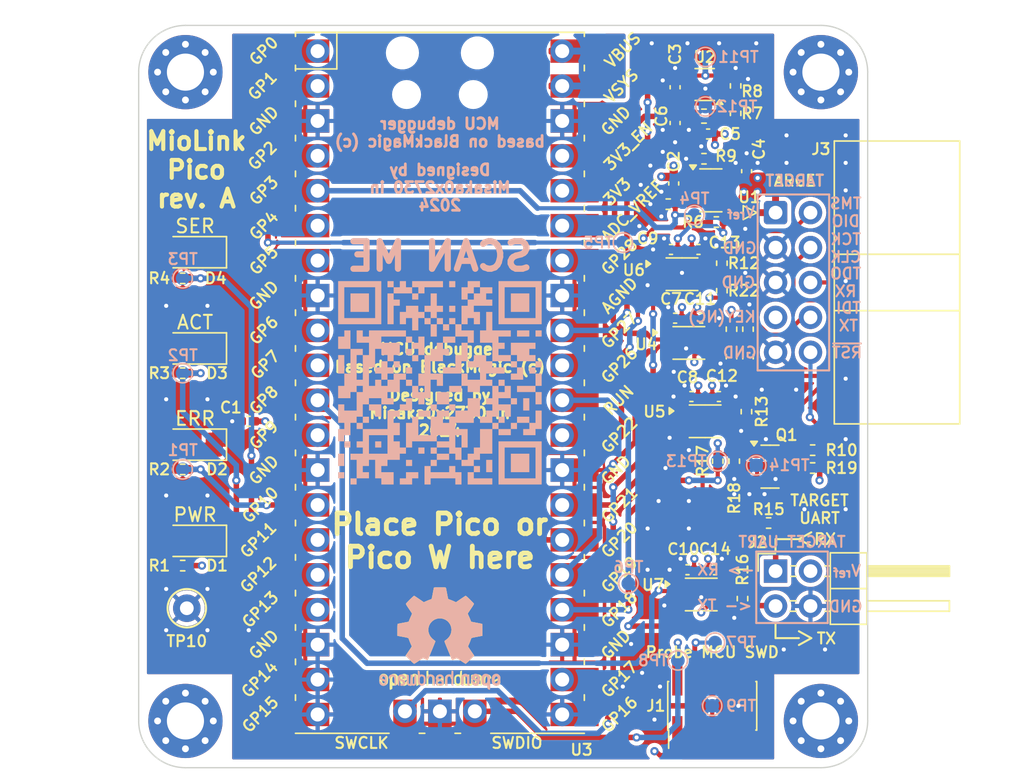
<source format=kicad_pcb>
(kicad_pcb (version 20240108) (generator "pcbnew") (generator_version "8.0")
  (layers (0 "F.Cu" signal) (1 "In1.Cu" power) (2 "In2.Cu" mixed) (31 "B.Cu" signal) (34 "B.Paste" user) (35 "F.Paste" user) (36 "B.SilkS" user "B.Silkscreen") (37 "F.SilkS" user "F.Silkscreen") (38 "B.Mask" user) (39 "F.Mask" user) (44 "Edge.Cuts" user))
  (net 0 "")
  (net 2 "GND")
  (net 3 "+3V3")
  (net 5 "/TARGET_VREF")
  (net 6 "/MCU_RST")
  (net 8 "+3.3VA")
  (net 9 "Net-(J2-Pin_3)")
  (net 10 "Net-(D1-A)")
  (net 11 "Net-(D2-A)")
  (net 12 "Net-(D3-A)")
  (net 13 "Net-(D4-A)")
  (net 14 "Net-(J2-Pin_1)")
  (net 15 "Net-(J3-SWDIO{slash}TMS)")
  (net 16 "/MCU_SWCLK")
  (net 17 "Net-(J3-SWO{slash}TDO)")
  (net 18 "/MCU_SWDIO")
  (net 19 "Net-(J3-SWCLK{slash}TCK)")
  (net 21 "/TARGET_BUF_TX")
  (net 22 "/TARGET_BUF_RX")
  (net 23 "Net-(J3-~{RESET})")
  (net 24 "Net-(J3-NC{slash}TDI)")
  (net 25 "Net-(U2-+)")
  (net 26 "Net-(U1-ILIMIT)")
  (net 27 "Net-(Q1-G)")
  (net 28 "/LED_ERR")
  (net 29 "/LED_ACT")
  (net 30 "/LED_SER")
  (net 34 "Net-(U3-VBUS)")
  (net 35 "/TARGET_BUF_~{RST}")
  (net 37 "/TARGET_VREF_PWR_EN")
  (net 38 "/TARGET_PWR_~{FAULT}")
  (net 45 "/TARGET_BUF_TCK")
  (net 46 "/TARGET_BUF_TMS")
  (net 54 "/TARGET_RST")
  (net 55 "/TARGET_VREF_MEASURE")
  (net 56 "/TARGET_TMS_DIR")
  (net 57 "/TARGET_TX")
  (net 59 "/TARGET_TCK")
  (net 62 "/TARGET_TMS")
  (net 63 "/TARGET_RX")
  (net 64 "/TARGET_BUF_TDO{slash}RX")
  (net 65 "/TARGET_BUF_TDI{slash}TX")
  (net 66 "/TARGET_TDI{slash}TX")
  (net 67 "/TARGET_TDO{slash}RX")
  (footprint "Resistor_SMD:R_0402_1005Metric" (layer "F.Cu") (at 178.5 101.5)
    (property "Reference" "R15")
    (property "Value" "100")
  )
  (footprint "Resistor_SMD:R_0402_1005Metric" (layer "F.Cu") (at 176 97 -90)
    (property "Reference" "R18")
    (property "Value" "100k")
  )
  (footprint "MountingHole:MountingHole_2.7mm_M2.5_Pad_Via" (layer "F.Cu") (at 182.3 115.9)
    (property "Reference" "REF4" (hide yes))
    (property "Value" "MountingHole_2.7mm_M2.5_Pad_Via")
  )
  (footprint "Package_SO:VSSOP-8_2.3x2mm_P0.5mm" (layer "F.Cu") (at 173.6 106.7)
    (property "Reference" "U7")
    (property "Value" "74LVC2T45DC")
  )
  (footprint "Package_TO_SOT_SMD:SOT-353_SC-70-5" (layer "F.Cu") (at 173.85 69.6 180)
    (property "Reference" "U2")
    (property "Value" "LMV321IDCKR")
  )
  (footprint "Resistor_SMD:R_0402_1005Metric" (layer "F.Cu") (at 176.1 71.7 90)
    (property "Reference" "R7")
    (property "Value" "100k")
  )
  (footprint "Connector_IDC:IDC-Header_2x05_P2.54mm_Horizontal" (layer "F.Cu") (at 179.0025 78.92)
    (property "Reference" "J3")
    (property "Value" "Target connector")
  )
  (footprint "Capacitor_SMD:C_0402_1005Metric" (layer "F.Cu") (at 171.7 86.6 180)
    (property "Reference" "C7")
    (property "Value" "100n")
  )
  (footprint "Resistor_SMD:R_0402_1005Metric" (layer "F.Cu") (at 135.9 97.6 180)
    (property "Reference" "R2")
    (property "Value" "1k")
  )
  (footprint "Resistor_SMD:R_0402_1005Metric" (layer "F.Cu") (at 173.8 75 180)
    (property "Reference" "R9")
    (property "Value" "133k 1%")
  )
  (footprint "Resistor_SMD:R_0402_1005Metric" (layer "F.Cu") (at 177 89.4 -90)
    (property "Reference" "R11" (hide yes))
    (property "Value" "100")
  )
  (footprint "LED_SMD:LED_1206_3216Metric" (layer "F.Cu") (at 136.8 95.8 180)
    (property "Reference" "D2")
    (property "Value" "ERR")
  )
  (footprint "Capacitor_SMD:C_0402_1005Metric" (layer "F.Cu") (at 171.6 76.8 -90)
    (property "Reference" "C2")
    (property "Value" "1u")
  )
  (footprint "Capacitor_SMD:C_0402_1005Metric" (layer "F.Cu") (at 140.7 94.1)
    (property "Reference" "C1")
    (property "Value" "100n")
  )
  (footprint "Resistor_SMD:R_0402_1005Metric" (layer "F.Cu") (at 177 87.4 90)
    (property "Reference" "R14" (hide yes))
    (property "Value" "100")
  )
  (footprint "Resistor_SMD:R_0402_1005Metric" (layer "F.Cu") (at 135.9 83.7 180)
    (property "Reference" "R4")
    (property "Value" "1k")
  )
  (footprint "Capacitor_SMD:C_0402_1005Metric" (layer "F.Cu") (at 173.4 81.6 180)
    (property "Reference" "C13")
    (property "Value" "100n")
  )
  (footprint "Resistor_SMD:R_0402_1005Metric" (layer "F.Cu") (at 175.1 82.6 90)
    (property "Reference" "R12")
    (property "Value" "100")
  )
  (footprint "Resistor_SMD:R_0402_1005Metric" (layer "F.Cu") (at 171.2 78.305 180)
    (property "Reference" "R5" (hide yes))
    (property "Value" "100k")
  )
  (footprint "Symbol:OSHW-Logo2_9.8x8mm_SilkScreen" (layer "F.Cu") (at 154.6 109.9)
    (property "Reference" "REF5" (hide yes))
    (property "Value" "OSHW-Logo2_9.8x8mm_SilkScreen" (hide yes))
  )
  (footprint "Resistor_SMD:R_0402_1005Metric" (layer "F.Cu") (at 174.8 97 90)
    (property "Reference" "R17")
    (property "Value" "1k")
  )
  (footprint "Package_TO_SOT_SMD:SOT-23" (layer "F.Cu") (at 178.6 97.4)
    (property "Reference" "Q1")
    (property "Value" "BSS138")
  )
  (footprint "Resistor_SMD:R_0402_1005Metric" (layer "F.Cu") (at 175.8 89.4 -90)
    (property "Reference" "R21" (hide yes))
    (property "Value" "1k")
  )
  (footprint "Capacitor_SMD:C_0402_1005Metric" (layer "F.Cu") (at 171.4 81.6 180)
    (property "Reference" "C9")
    (property "Value" "100n")
  )
  (footprint "Resistor_SMD:R_0402_1005Metric" (layer "F.Cu") (at 174.7 79.605 180)
    (property "Reference" "R6")
    (property "Value" "100k")
  )
  (footprint "Resistor_SMD:R_0402_1005Metric" (layer "F.Cu") (at 176.1 69.7 90)
    (property "Reference" "R8")
    (property "Value" "100k")
  )
  (footprint "Resistor_SMD:R_0402_1005Metric" (layer "F.Cu") (at 176.6 107 90)
    (property "Reference" "R16")
    (property "Value" "100")
  )
  (footprint "LED_SMD:LED_1206_3216Metric" (layer "F.Cu") (at 136.8 88.8 180)
    (property "Reference" "D3")
    (property "Value" "ACT")
  )
  (footprint "Capacitor_SMD:C_0402_1005Metric" (layer "F.Cu") (at 173.6 86.6 180)
    (property "Reference" "C11")
    (property "Value" "100n")
  )
  (footprint "MountingHole:MountingHole_2.7mm_M2.5_Pad_Via" (layer "F.Cu") (at 136.1 115.9)
    (property "Reference" "REF3" (hide yes))
    (property "Value" "MountingHole_2.7mm_M2.5_Pad_Via")
  )
  (footprint "Package_SO:VSSOP-8_2.3x2mm_P0.5mm" (layer "F.Cu") (at 172.7 88.4)
    (property "Reference" "U4")
    (property "Value" "74LVC2T45DC")
  )
  (footprint "Resistor_SMD:R_0402_1005Metric" (layer "F.Cu") (at 135.9 104.6 180)
    (property "Reference" "R1")
    (property "Value" "1k")
  )
  (footprint "Connector_PinHeader_2.54mm:PinHeader_2x02_P2.54mm_Horizontal" (layer "F.Cu") (at 179.0025 105)
    (property "Reference" "J2")
    (property "Value" "Target UART connector")
  )
  (footprint "MCU_RaspberryPi_and_Boards:RPi_Pico_SMD_TH" (layer "F.Cu") (at 154.6 91.3)
    (property "Reference" "U3")
    (property "Value" "Pico")
  )
  (footprint "LED_SMD:LED_1206_3216Metric" (layer "F.Cu") (at 136.8 81.8 180)
    (property "Reference" "D4")
    (property "Value" "SER")
  )
  (footprint "Connector_PinHeader_1.27mm:PinHeader_2x05_P1.27mm_Vertical_SMD" (layer "F.Cu") (at 174.4 114.8 90)
    (property "Reference" "J1")
    (property "Value" "Probe MCU SWD")
  )
  (footprint "Capacitor_SMD:C_0402_1005Metric" (layer "F.Cu") (at 174.1 73.2 180)
    (property "Reference" "C5")
    (property "Value" "1u")
  )
  (footprint "Capacitor_SMD:C_0402_1005Metric" (layer "F.Cu") (at 171.7 69.8 90)
    (property "Reference" "C3")
    (property "Value" "100n")
  )
  (footprint "MountingHole:MountingHole_2.7mm_M2.5_Pad_Via" (layer "F.Cu") (at 182.3 68.7)
    (property "Reference" "REF2" (hide yes))
    (property "Value" "MountingHole_2.7mm_M2.5_Pad_Via")
  )
  (footprint "Resistor_SMD:R_0402_1005Metric" (layer "F.Cu") (at 135.9 90.6 180)
    (property "Reference" "R3")
    (property "Value" "1k")
  )
  (footprint "Capacitor_SMD:C_0402_1005Metric" (layer "F.Cu") (at 172.6 104.9 180)
    (property "Reference" "C10")
    (property "Value" "100n")
  )
  (footprint "Package_SO:VSSOP-8_2.3x2mm_P0.5mm" (layer "F.Cu") (at 172.2 83.4)
    (property "Reference" "U6")
    (property "Value" "74LVC2T45DC")
  )
  (footprint "Capacitor_SMD:C_0402_1005Metric" (layer "F.Cu") (at 174.6 104.9 180)
    (property "Reference" "C14")
    (property "Value" "100n")
  )
  (footprint "Resistor_SMD:R_0402_1005Metric" (layer "F.Cu") (at 175.8 87.4 -90)
    (property "Reference" "R20" (hide yes))
    (property "Value" "4.7k")
  )
  (footprint "Resistor_SMD:R_0402_1005Metric" (layer "F.Cu") (at 181.7 97.5 180)
    (property "Reference" "R19")
    (property "Value" "10k")
  )
  (footprint "Package_SO:VSSOP-8_2.3x2mm_P0.5mm" (layer "F.Cu") (at 173.885 94.1)
    (property "Reference" "U5")
    (property "Value" "74LVC2T45DC")
  )
  (footprint "Resistor_SMD:R_0402_1005Metric" (layer "F.Cu") (at 181.7 96.2)
    (property "Reference" "R10")
    (property "Value" "100")
  )
  (footprint "LED_SMD:LED_1206_3216Metric" (layer "F.Cu") (at 136.8 102.8 180)
    (property "Reference" "D1")
    (property "Value" "PWR")
  )
  (footprint "TestPoint:TestPoint_Keystone_5000-5004_Miniature" (layer "F.Cu") (at 136.2 107.7)
    (property "Reference" "TP10")
    (property "Value" "GND")
  )
  (footprint "Resistor_SMD:R_0402_1005Metric" (layer "F.Cu") (at 175.1 84.6 90)
    (property "Reference" "R22")
    (property "Value" "4.7k")
  )
  (footprint "Capacitor_SMD:C_0402_1005Metric" (layer "F.Cu") (at 172.885 92.3 180)
    (property "Reference" "C8")
    (property "Value" "100n")
  )
  (footprint "Capacitor_SMD:C_0402_1005Metric" (layer "F.Cu") (at 171.7 72.4 -90)
    (property "Reference" "C6")
    (property "Value" "1u")
  )
  (footprint "Package_TO_SOT_SMD:SOT-23-6" (layer "F.Cu") (at 174.3 77.3)
    (property "Reference" "U1")
    (property "Value" "TPS2553DBVR")
  )
  (footprint "Capacitor_SMD:C_0402_1005Metric" (layer "F.Cu") (at 174.885 92.3 180)
    (property "Reference" "C12")
    (property "Value" "100n")
  )
  (footprint "Inductor_SMD:L_0603_1608Metric" (layer "F.Cu") (at 173.8 71.9)
    (property "Reference" "FB1" (hide yes))
    (property "Value" "120Ohm/100MHz")
  )
  (footprint "Capacitor_SMD:C_0402_1005Metric" (layer "F.Cu") (at 176.9 75.905 90)
    (property "Reference" "C4")
    (property "Value" "1u")
  )
  (footprint "Resistor_SMD:R_0402_1005Metric" (layer "F.Cu") (at 176.885 93.4 90)
    (property "Reference" "R13")
    (property "Value" "100")
  )
  (footprint "MountingHole:MountingHole_2.7mm_M2.5_Pad_Via" (layer "F.Cu") (at 136.1 68.7)
    (property "Reference" "REF1" (hide yes))
    (property "Value" "MountingHole_2.7mm_M2.5_Pad_Via")
  )
  (footprint "TestPoint:TestPoint_Pad_D1.0mm" (layer "B.Cu") (at 173.1 79.1 180)
    (property "Reference" "TP4")
    (property "Value" "TARGET_VREF_PWR_EN")
  )
  (footprint "TestPoint:TestPoint_Pad_D1.0mm" (layer "B.Cu") (at 174.6 110.2 180)
    (property "Reference" "TP7")
    (property "Value" "SWCLK")
  )
  (footprint "Symbol:OSHW-Logo2_9.8x8mm_SilkScreen" (layer "B.Cu") (at 154.6 109.9 180)
    (property "Reference" "REF6" (hide yes))
    (property "Value" "OSHW-Logo2_9.8x8mm_SilkScreen" (hide yes))
  )
  (footprint "TestPoint:TestPoint_Pad_D1.0mm" (layer "B.Cu") (at 167.9 81.1 180)
    (property "Reference" "TP5")
    (property "Value" "TARGET_PWR_~{FAULT}")
  )
  (footprint "TestPoint:TestPoint_Pad_D1.0mm" (layer "B.Cu") (at 177.6 97.3 180)
    (property "Reference" "TP14")
    (property "Value" "GND")
  )
  (footprint "LOGO" (layer "B.Cu") (at 154.6 91.3 180)
    (property "Reference" "G1" (hide yes))
    (property "Value" "LOGO" (hide yes))
  )
  (footprint "TestPoint:TestPoint_Pad_D1.0mm" (layer "B.Cu") (at 135.9 83.7 -90)
    (property "Reference" "TP3")
    (property "Value" "LED_SER")
  )
  (footprint "TestPoint:TestPoint_Pad_D1.0mm" (layer "B.Cu") (at 173.9 71.2 180)
    (property "Reference" "TP12")
    (property "Value" "GND")
  )
  (footprint "TestPoint:TestPoint_Pad_D1.0mm" (layer "B.Cu") (at 174.8 97 180)
    (property "Reference" "TP13")
    (property "Value" "TARGET_RST")
  )
  (footprint "TestPoint:TestPoint_Pad_D1.0mm" (layer "B.Cu") (at 174.4 114.8 180)
    (property "Reference" "TP9")
    (property "Value" "GND")
  )
  (footprint "TestPoint:TestPoint_Pad_D1.0mm" (layer "B.Cu") (at 135.9 97.6 -90)
    (property "Reference" "TP1")
    (property "Value" "LED_ERR")
  )
  (footprint "TestPoint:TestPoint_Pad_D1.0mm" (layer "B.Cu") (at 135.9 90.6 -90)
    (property "Reference" "TP2")
    (property "Value" "LED_ACT")
  )
  (footprint "TestPoint:TestPoint_Pad_D1.0mm" (layer "B.Cu") (at 168.3 105.9 180)
    (property "Reference" "TP6")
    (property "Value" "RST")
  )
  (footprint "TestPoint:TestPoint_Pad_D1.0mm" (layer "B.Cu") (at 173.9 67.6 180)
    (property "Reference" "TP11")
    (property "Value" "TARGET_VREF_MEASURE")
  )
  (footprint "TestPoint:TestPoint_Pad_D1.0mm" (layer "B.Cu") (at 171.9 111.5 180)
    (property "Reference" "TP8")
    (property "Value" "SWDIO")
  )
  (gr_line (start 177.7 77.6) (end 177.7 90.4) (stroke (width 0.15)) (layer "B.SilkS"))
  (gr_line (start 177.7 90.4) (end 182.9 90.4) (stroke (width 0.15)) (layer "B.SilkS"))
  (gr_line (start 177.6 108.775) (end 182.8 108.775) (stroke (width 0.15)) (layer "B.SilkS"))
  (gr_line (start 182.8 108.775) (end 182.8 103.575) (stroke (width 0.15)) (layer "B.SilkS"))
  (gr_line (start 182.9 77.6) (end 177.7 77.6) (stroke (width 0.15)) (layer "B.SilkS"))
  (gr_line (start 177.6 108.775) (end 177.6 103.575) (stroke (width 0.15)) (layer "B.SilkS"))
  (gr_line (start 182.9 90.4) (end 182.9 77.6) (stroke (width 0.15)) (layer "B.SilkS"))
  (gr_line (start 182.8 103.575) (end 177.6 103.575) (stroke (width 0.15)) (layer "B.SilkS"))
  (gr_line (start 180.7 109.375) (end 181.6 109.875) (stroke (width 0.15)) (layer "F.SilkS"))
  (gr_line (start 181.6 103.175) (end 180.7 102.675) (stroke (width 0.15)) (layer "F.SilkS"))
  (gr_line (start 179 102.675) (end 180.7 102.675) (stroke (width 0.15)) (layer "F.SilkS"))
  (gr_line (start 181.6 102.175) (end 180.7 102.675) (stroke (width 0.15)) (layer "F.SilkS"))
  (gr_line (start 180.7 110.375) (end 181.6 109.875) (stroke (width 0.15)) (layer "F.SilkS"))
  (gr_line (start 179 109.875) (end 180.7 109.875) (stroke (width 0.15)) (layer "F.SilkS"))
  (gr_line (start 179 103.575) (end 179 102.675) (stroke (width 0.15)) (layer "F.SilkS"))
  (gr_line (start 179 108.775) (end 179 109.875) (stroke (width 0.15)) (layer "F.SilkS"))
  (gr_line (start 136.1 65.3) (end 182.3 65.3) (stroke (width 0.1)) (layer "Edge.Cuts"))
  (gr_line (start 182.3 119.3) (end 136.1 119.3) (stroke (width 0.1)) (layer "Edge.Cuts"))
  (gr_arc (start 132.7 68.7) (mid 133.695837 66.295837) (end 136.1 65.3) (stroke (width 0.1)) (layer "Edge.Cuts"))
  (gr_arc (start 185.7 115.9) (mid 184.704163 118.304163) (end 182.3 119.3) (stroke (width 0.1)) (layer "Edge.Cuts"))
  (gr_arc (start 182.3 65.3) (mid 184.704163 66.295837) (end 185.7 68.7) (stroke (width 0.1)) (layer "Edge.Cuts"))
  (gr_arc (start 136.1 119.3) (mid 133.695837 118.304163) (end 132.7 115.9) (stroke (width 0.1)) (layer "Edge.Cuts"))
  (gr_line (start 132.7 115.9) (end 132.7 68.7) (stroke (width 0.1)) (layer "Edge.Cuts"))
  (gr_line (start 185.7 68.7) (end 185.7 115.9) (stroke (width 0.1)) (layer "Edge.Cuts"))
  (gr_text "-> RX" (at 175.4 104.9 0) (layer "B.SilkS") (effects (font (size 0.8 0.8) (thickness 0.15) (bold yes)) (justify mirror)))
  (gr_text "SCAN ME" (at 154.6 82.1 0) (layer "B.SilkS") (effects (font (size 2 2) (thickness 0.45)) (justify mirror)))
  (gr_text "TCK\nCLK" (at 184.1 81.5 0) (layer "B.SilkS") (effects (font (size 0.8 0.8) (thickness 0.15) (bold yes)) (justify mirror)))
  (gr_text "GND" (at 184.1 107.575 0) (layer "B.SilkS") (effects (font (size 0.8 0.8) (thickness 0.15) (bold yes)) (justify mirror)))
  (gr_text "TARGET" (at 180.4 76.6 0) (layer "B.SilkS") (effects (font (size 0.8 0.8) (thickness 0.15) (bold yes)) (justify mirror)))
  (gr_text "V_{ref}" (at 176.5 78.9 0) (layer "B.SilkS") (effects (font (size 0.8 0.8) (thickness 0.15) (bold yes)) (justify mirror)))
  (gr_text "TMS\nDIO" (at 184.1 78.9 0) (layer "B.SilkS") (effects (font (size 0.8 0.8) (thickness 0.15) (bold yes)) (justify mirror)))
  (gr_text "V_{ref}" (at 184.2 104.975 0) (layer "B.SilkS") (effects (font (size 0.8 0.8) (thickness 0.15) (bold yes)) (justify mirror)))
  (gr_text "MCU debugger\nbased on BlackMagic (c)" (at 154.6 73.1 -0) (layer "B.SilkS") (effects (font (size 0.8 0.8) (thickness 0.2) (bold yes)) (justify mirror)))
  (gr_text "GND" (at 176.4 89.1 0) (layer "B.SilkS") (effects (font (size 0.8 0.8) (thickness 0.15) (bold yes)) (justify mirror)))
  (gr_text "Designed by\nMisaka0x2730 in\n2024" (at 154.6 77.1 -0) (layer "B.SilkS") (effects (font (size 0.8 0.8) (thickness 0.2) (bold yes)) (justify mirror)))
  (gr_text "TDO\nRX" (at 184.1 84 0) (layer "B.SilkS") (effects (font (size 0.8 0.8) (thickness 0.15) (bold yes)) (justify mirror)))
  (gr_text "<- TX" (at 175.3 107.5 0) (layer "B.SilkS") (effects (font (size 0.8 0.8) (thickness 0.15) (bold yes)) (justify mirror)))
  (gr_text "TDI\nTX" (at 184.3 86.5 0) (layer "B.SilkS") (effects (font (size 0.8 0.8) (thickness 0.15) (bold yes)) (justify mirror)))
  (gr_text "~{RST}" (at 184.2 89.1 0) (layer "B.SilkS") (effects (font (size 0.8 0.8) (thickness 0.15) (bold yes)) (justify mirror)))
  (gr_text "GND" (at 176.3 84 0) (layer "B.SilkS") (effects (font (size 0.8 0.8) (thickness 0.15) (bold yes)) (justify mirror)))
  (gr_text "GND" (at 176.4 81.5 0) (layer "B.SilkS") (effects (font (size 0.8 0.8) (thickness 0.15) (bold yes)) (justify mirror)))
  (gr_text "TARGET UART" (at 180.2 102.875 0) (layer "B.SilkS") (effects (font (size 0.8 0.8) (thickness 0.15) (bold yes)) (justify mirror)))
  (gr_text "KEY(NC)" (at 175.1 86.5 0) (layer "B.SilkS") (effects (font (size 0.8 0.8) (thickness 0.15) (bold yes)) (justify mirror)))
  (gr_text "MCU debugger\nbased on BlackMagic (c)" (at 154.6 89.5 0) (layer "F.SilkS") (effects (font (size 0.8 0.8) (thickness 0.2) (bold yes))))
  (gr_text "Place Pico or\nPico W here" (at 154.6 102.8 0) (layer "F.SilkS") (effects (font (size 1.5 1.5) (thickness 0.35) (bold yes))))
  (gr_text "RX" (at 182.6 102.675 0) (layer "F.SilkS") (effects (font (size 0.8 0.8) (thickness 0.15) (bold yes))))
  (gr_text "TARGET" (at 180.4 76.6 -0) (layer "F.SilkS") (effects (font (size 0.8 0.8) (thickness 0.15) (bold yes))))
  (gr_text "TX" (at 182.7 109.9 0) (layer "F.SilkS") (effects (font (size 0.8 0.8) (thickness 0.15) (bold yes))))
  (gr_text "TARGET\nUART" (at 182.2 100.5 0) (layer "F.SilkS") (effects (font (size 0.8 0.8) (thickness 0.15) (bold yes))))
  (gr_text "MioLink\nPico\nrev. A" (at 136.9 75.8 0) (layer "F.SilkS") (effects (font (size 1.3 1.3) (thickness 0.3) (bold yes))))
  (gr_text "Designed by\nMisaka0x2730 in\n2024" (at 154.6 93.5 0) (layer "F.SilkS") (effects (font (size 0.8 0.8) (thickness 0.2) (bold yes))))
  (segment (start 172.55 83.65) (end 172.2 83.3) (width 0.3) (layer "F.Cu") (net 2))
  (segment (start 172.2 106.95) (end 170.965 106.95) (width 0.3) (layer "F.Cu") (net 2))
  (segment (start 178.95 98.35) (end 179 98.3) (width 0.3) (layer "F.Cu") (net 2))
  (segment (start 172.15 89.15) (end 172.5 88.8) (width 0.3) (layer "F.Cu") (net 2))
  (segment (start 175 106.95) (end 173.65 106.95) (width 0.3) (layer "F.Cu") (net 2))
  (segment (start 171.22 85.82) (end 171.2 85.8) (width 0.3) (layer "F.Cu") (net 2))
  (segment (start 140.22 94.1) (end 139.5 94.1) (width 0.4) (layer "F.Cu") (net 2))
  (segment (start 176.45 94.85) (end 176.5 94.8) (width 0.3) (layer "F.Cu") (net 2))
  (segment (start 170.92 69.32) (end 170.9 69.3) (width 0.3) (layer "F.Cu") (net 2))
  (segment (start 170.965 107.45) (end 170.915 107.5) (width 0.3) (layer "F.Cu") (net 2))
  (segment (start 171.75 94.85) (end 171.3 95.3) (width 0.3) (layer "F.Cu") (net 2))
  (segment (start 175.01 89.91) (end 175 89.9) (width 0.3) (layer "F.Cu") (net 2))
  (segment (start 169.7 83.9) (end 169.7 84.2) (width 0.3) (layer "F.Cu") (net 2))
  (segment (start 175.8 89.91) (end 175.01 89.91) (width 0.3) (layer "F.Cu") (net 2))
  (segment (start 170.965 106.95) (end 170.915 107) (width 0.3) (layer "F.Cu") (net 2))
  (segment (start 173.6 83.65) (end 172.55 83.65) (width 0.3) (layer "F.Cu") (net 2))
  (segment (start 171.62 77.3) (end 171.6 77.28) (width 0.5) (layer "F.Cu") (net 2))
  (segment (start 173.88 80.82) (end 173.9 80.8) (width 0.3) (layer "F.Cu") (net 2))
  (segment (start 175.4 69.6) (end 175.81 69.19) (width 0.3) (layer "F.Cu") (net 2))
  (segment (start 173.62 73.98) (end 173.6 74) (width 0.3) (layer "F.Cu") (net 2))
  (segment (start 172.485 94.85) (end 171.75 94.85) (width 0.3) (layer "F.Cu") (net 2))
  (segment (start 172.2 107.45) (end 170.965 107.45) (width 0.3) (layer "F.Cu") (net 2))
  (segment (start 171.3 89.15) (end 172.15 89.15) (width 0.3) (layer "F.Cu") (net 2))
  (segment (start 170.8 84.15) (end 169.75 84.15) (width 0.3) (layer "F.Cu") (net 2))
  (segment (start 170.92 72.88) (end 170.9 72.9) (width 0.3) (layer "F.Cu") (net 2))
  (segment (start 170.69 79.09) (end 170.7 79.1) (width 0.3) (layer "F.Cu") (net 2))
  (segment (start 169.75 84.15) (end 169.7 84.2) (width 0.3) (layer "F.Cu") (net 2))
  (segment (start 175.81 69.19) (end 176.1 69.19) (width 0.3) (layer "F.Cu") (net 2))
  (segment (start 173.65 106.95) (end 173.6 106.9) (width 0.3) (layer "F.Cu") (net 2))
  (segment (start 170.915 107) (end 170.915 107.5) (width 0.3) (layer "F.Cu") (net 2))
  (segment (start 170.8 83.65) (end 169.95 83.65) (width 0.3) (layer "F.Cu") (net 2))
  (segment (start 175.285 94.85) (end 176.45 94.85) (width 0.3) (layer "F.Cu") (net 2))
  (segment (start 169.95 83.65) (end 169.7 83.9) (width 0.3) (layer "F.Cu") (net 2))
  (segment (start 174.85 69.6) (end 175.4 69.6) (width 0.3) (layer "F.Cu") (net 2))
  (via (at 170 66.6) (size 0.6) (drill 0.3) (layers "F.Cu" "B.Cu") (net 2))
  (via (at 184.1 77.3) (size 0.6) (drill 0.3) (layers "F.Cu" "B.Cu") (net 2))
  (via (at 176.5 94.8) (size 0.6) (drill 0.3) (layers "F.Cu" "B.Cu") (net 2))
  (via (at 179 98.3) (size 0.6) (drill 0.3) (layers "F.Cu" "B.Cu") (net 2))
  (via (at 171.3 95.3) (size 0.6) (drill 0.3) (layers "F.Cu" "B.Cu") (net 2))
  (via (at 176.9 74.6) (size 0.6) (drill 0.3) (layers "F.Cu" "B.Cu") (net 2))
  (via (at 182.6 110.7) (size 0.6) (drill 0.3) (layers "F.Cu" "B.Cu") (net 2))
  (via (at 172.7 101.9) (size 0.6) (drill 0.3) (layers "F.Cu" "B.Cu") (net 2))
  (via (at 184.1 73.3) (size 0.6) (drill 0.3) (layers "F.Cu" "B.Cu") (net 2))
  (via (at 170.7 77.4) (size 0.6) (drill 0.3) (layers "F.Cu" "B.Cu") (net 2))
  (via (at 174.7 81.3) (size 0.6) (drill 0.3) (layers "F.Cu" "B.Cu") (net 2))
  (via (at 172.6 66.6) (size 0.6) (drill 0.3) (layers "F.Cu" "B.Cu") (net 2))
  (via (at 175.1 104.1) (size 0.6) (drill 0.3) (layers "F.Cu" "B.Cu") (net 2))
  (via (at 140.7 109.3) (size 0.6) (drill 0.3) (layers "F.Cu" "B.Cu") (net 2))
  (via (at 177 69.2) (size 0.6) (drill 0.3) (layers "F.Cu" "B.Cu") (net 2))
  (via (at 170.8 72.9) (size 0.6) (drill 0.3) (layers "F.Cu" "B.Cu") (net 2))
  (via (at 178 91.8) (size 0.6) (drill 0.3) (layers "F.Cu" "B.Cu") (net 2))
  (via (at 169.7 101.9) (size 0.6) (drill 0.3) (layers "F.Cu" "B.Cu") (net 2))
  (via (at 134.7 99.5) (size 0.6) (drill 0.3) (layers "F.Cu" "B.Cu") (net 2))
  (via (at 137.7 85.7) (size 0.6) (drill 0.3) (layers "F.Cu" "B.Cu") (net 2))
  (via (at 171.2 85.8) (size 0.6) (drill 0.3) (layers "F.Cu" "B.Cu") (net 2))
  (via (at 168.5 110.3) (size 0.6) (drill 0.3) (layers "F.Cu" "B.Cu") (net 2))
  (via (at 170.8 74.5) (size 0.6) (drill 0.3) (layers "F.Cu" "B.Cu") (net 2))
  (via (at 171.3 104.9) (size 0.6) (drill 0.3) (layers "F.Cu" "B.Cu") (net 2))
  (via (at 134.7 109.3) (size 0.6) (drill 0.3) (layers "F.Cu" "B.Cu") (net 2))
  (via (at 179.6 110.7) (size 0.6) (drill 0.3) (layers "F.Cu" "B.Cu") (net 2))
  (via (at 172.7 96.2) (size 0.6) (drill 0.3) (layers "F.Cu" "B.Cu") (net 2))
  (via (at 181.1 100.5) (size 0.6) (drill 0.3) (layers "F.Cu" "B.Cu") (net 2))
  (via (at 170.915 107.5) (size 0.6) (drill 0.3) (layers "F.Cu" "B.Cu") (net 2))
  (via (at 137.7 106.3) (size 0.6) (drill 0.3) (layers "F.Cu" "B.Cu") (net 2))
  (via (at 170.1 81.6) (size 0.6) (drill 0.3) (layers "F.Cu" "B.Cu") (net 2))
  (via (at 169.1 79.9) (size 0.6) (drill 0.3) (layers "F.Cu" "B.Cu") (net 2))
  (via (at 137.7 99.5) (size 0.6) (drill 0.3) (layers "F.Cu" "B.Cu") (net 2))
  (via (at 170.7 79.2) (size 0.6) (drill 0.3) (layers "F.Cu" "B.Cu") (net 2))
  (via (at 177.1 85.6) (size 0.6) (drill 0.3) (layers "F.Cu" "B.Cu") (net 2))
  (via (at 175.4 91.5) (size 0.6) (drill 0.3) (layers "F.Cu" "B.Cu") (net 2))
  (via (at 184.1 83.9) (size 0.6) (drill 0.3) (layers "F.Cu" "B.Cu") (net 2))
  (via (at 178.3 95.4) (size 0.6) (drill 0.3) (layers "F.Cu" "B.Cu") (net 2))
  (via (at 178.2 99.4) (size 0.6) (drill 0.3) (layers "F.Cu" "B.Cu") (net 2))
  (via (at 137.7 109.3) (size 0.6) (drill 0.3) (layers "F.Cu" "B.Cu") (net 2))
  (via (at 175 89.9) (size 0.6) (drill 0.3) (layers "F.Cu" "B.Cu") (net 2))
  (via (at 184.1 75.3) (size 0.6) (drill 0.3) (layers "F.Cu" "B.Cu") (net 2))
  (via (at 173.9 69.9) (size 0.6) (drill 0.3) (layers "F.Cu" "B.Cu") (net 2))
  (via (at 172.2 83.3) (size 0.6) (drill 0.3) (layers "F.Cu" "B.Cu") (net 2))
  (via (at 184.1 91) (size 0.6) (drill 0.3) (layers "F.Cu" "B.Cu") (net 2))
  (via (at 167.9 113.4) (size 0.6) (drill 0.3) (layers "F.Cu" "B.Cu") (net 2))
  (via (at 171.6 90.5) (size 0.6) (drill 0.3) (layers "F.Cu" "B.Cu") (net 2))
  (via (at 179.8 73.3) (size 0.6) (drill 0.3) (layers "F.Cu" "B.Cu") (net 2))
  (via (at 176.8 83.3) (size 0.6) (drill 0.3) (layers "F.Cu" "B.Cu") (net 2))
  (via (at 172.1 104.1) (size 0.6) (drill 0.3) (layers "F.Cu" "B.Cu") (net 2))
  (via (at 176 99.4) (size 0.6) (drill 0.3) (layers "F.Cu" "B.Cu") (net 2))
  (via (at 139.5 94.1) (size 0.6) (drill 0.3) (layers "F.Cu" "B.Cu") (net 2))
  (via (at 176.1 92.3) (size 0.6) (drill 0.3) (layers "F.Cu" "B.Cu") (net 2))
  (via (at 169.9 78.3) (size 0.6) (drill 0.3) (layers "F.Cu" "B.Cu") (net 2))
  (via (at 179.8 75.3) (size 0.6) (drill 0.3) (layers "F.Cu" "B.Cu") (net 2))
  (via (at 177.7 75.3) (size 0.6) (drill 0.3) (layers "F.Cu" "B.Cu") (net 2))
  (via (at 176 98.3) (size 0.6) (drill 0.3) (layers "F.Cu" "B.Cu") (net 2))
  (via (at 170.5 99.9) (size 0.6) (drill 0.3) (layers "F.Cu" "B.Cu") (net 2))
  (via (at 170.8 69.3) (size 0.6) (drill 0.3) (layers "F.Cu" "B.Cu") (net 2))
  (via (at 172.7 72.9) (size 0.6) (drill 0.3) (layers "F.Cu" "B.Cu") (net 2))
  (via (at 173.9 80.8) (size 0.6) (drill 0.3) (layers "F.Cu" "B.Cu") (net 2))
  (via (at 177.6 66.6) (size 0.6) (drill 0.3) (layers "F.Cu" "B.Cu") (net 2))
  (via (at 172.5 88.8) (size 0.6) (drill 0.3) (layers "F.Cu" "B.Cu") (net 2))
  (via (at 170.6 113.4) (size 0.6) (drill 0.3) (layers "F.Cu" "B.Cu") (net 2))
  (via (at 172.7 99.9) (size 0.6) (drill 0.3) (layers "F.Cu" "B.Cu") (net 2))
  (via (at 137.7 92.5) (size 0.6) (drill 0.3) (layers "F.Cu" "B.Cu") (net 2))
  (via (at 171.7 68.4) (size 0.6) (drill 0.3) (layers "F.Cu" "B.Cu") (net 2))
  (via (at 169.2 76.9) (size 0.6) (drill 0.3) (layers "F.Cu" "B.Cu") (net 2))
  (via (at 172.385 91.5) (size 0.6) (drill 0.3) (layers "F.Cu" "B.Cu") (net 2))
  (via (at 169.7 84.2) (size 0.6) (drill 0.3) (layers "F.Cu" "B.Cu") (net 2))
  (via (at 171 97.5) (size 0.6) (drill 0.3) (layers "F.Cu" "B.Cu") (net 2))
  (via (at 173.6 106.9) (size 0.6) (drill 0.3) (layers "F.Cu" "B.Cu") (net 2))
  (via (at 170.9 80.8) (size 0.6) (drill 0.3) (layers "F.Cu" "B.Cu") (net 2))
  (via (at 169.7 104.9) (size 0.6) (drill 0.3) (layers "F.Cu" "B.Cu") (net 2))
  (via (at 177.1 99.4) (size 0.6) (drill 0.3) (layers "F.Cu" "B.Cu") (net 2))
  (via (at 173.6 74.1) (size 0.6) (drill 0.3) (layers "F.Cu" "B.Cu") (net 2))
  (via (at 171.585 92.3) (size 0.6) (drill 0.3) (layers "F.Cu" "B.Cu") (net 2))
  (via (at 184.1 100.5) (size 0.6) (drill 0.3) (layers "F.Cu" "B.Cu") (net 2))
  (via (at 176.8 80.1) (size 0.6) (drill 0.3) (layers "F.Cu" "B.Cu") (net 2))
  (via (at 176 108.4) (size 0.6) (drill 0.3) (layers "F.Cu" "B.Cu") (net 2))
  (via (at 171.7 73.8) (size 0.6) (drill 0.3) (layers "F.Cu" "B.Cu") (net 2))
  (via (at 134.7 85.7) (size 0.6) (drill 0.3) (layers "F.Cu" "B.Cu") (net 2))
  (via (at 134.7 92.5) (size 0.6) (drill 0.3) (layers "F.Cu" "B.Cu") (net 2))
  (via (at 134.7 106.3) (size 0.6) (drill 0.3) (layers "F.Cu" "B.Cu") (net 2))
  (via (at 180.5 91.8) (size 0.6) (drill 0.3) (layers "F.Cu" "B.Cu") (net 2))
  (via (at 174.9 86.6) (size 0.6) (drill 0.3) (layers "F.Cu" "B.Cu") (net 2))
  (via (at 169.9 75.5) (size 0.6) (drill 0.3) (layers "F.Cu" "B.Cu") (net 2))
  (via (at 172.5 75) (size 0.6) (drill 0.3) (layers "F.Cu" "B.Cu") (net 2))
  (via (at 170.2 115.8) (size 0.6) (drill 0.3) (layers "F.Cu" "B.Cu") (net 2))
  (via (at 176.1 75.3) (size 0.6) (drill 0.3) (layers "F.Cu" "B.Cu") (net 2))
  (via (at 184.1 95.4) (size 0.6) (drill 0.3) (layers "F.Cu" "B.Cu") (net 2))
  (via (at 169.3 112.4) (size 0.6) (drill 0.3) (layers "F.Cu" "B.Cu") (net 2))
  (via (at 176.1 68.4) (size 0.6) (drill 0.3) (layers "F.Cu" "B.Cu") (net 2))
  (via (at 174.9 66.6) (size 0.6) (drill 0.3) (layers "F.Cu" "B.Cu") (net 2))
  (via (at 176.3 114.8) (size 0.6) (drill 0.3) (layers "F.Cu" "B.Cu") (net 2))
  (segment (start 173.1 89.3) (end 173.1 89.8) (width 0.3) (layer "F.Cu") (net 3))
  (segment (start 172.2 87.5) (end 172.2 86.62) (width 0.3) (layer "F.Cu") (net 3))
  (segment (start 171 82.65) (end 171.75 82.65) (width 0.3) (layer "F.Cu") (net 3))
  (segment (start 141.18 94.1) (end 141.9 94.1) (width 0.4) (layer "F.Cu") (net 3))
  (segment (start 174.58 73.2) (end 174.58 73.98) (width 0.4) (layer "F.Cu") (net 3))
  (segment (start 173.235 93.35) (end 173.385 93.2) (width 0.3) (layer "F.Cu") (net 3))
  (segment (start 172.485 93.35) (end 173.235 93.35) (width 0.3) (layer "F.Cu") (net 3))
  (segment (start 172.18 85.88) (end 172.1 85.8) (width 0.3) (layer "F.Cu") (net 3))
  (segment (start 173.365 92.3) (end 173.365 91.52) (width 0.3) (layer "F.Cu") (net 3))
  (segment (start 173.1 104.92) (end 173.08 104.9) (width 0.3) (layer "F.Cu") (net 3))
  (segment (start 174.1 89.15) (end 173.25 89.15) (width 0.3) (layer "F.Cu") (net 3))
  (segment (start 172.05 87.65) (end 172.2 87.5) (width 0.3) (layer "F.Cu") (net 3))
  (segment (start 175 107.45) (end 174.15 107.45) (width 0.3) (layer "F.Cu") (net 3))
  (segment (start 171.88 81.6) (end 171.88 80.82) (width 0.3) (layer "F.Cu") (net 3))
  (segment (start 173.365 91.52) (end 173.385 91.5) (width 0.3) (layer "F.Cu") (net 3))
  (segment (start 171.9 82.5) (end 171.9 81.62) (width 0.3) (layer "F.Cu") (net 3))
  (segment (start 171.86 116.75) (end 171.86 118.24) (width 0.35) (layer "F.Cu") (net 3))
  (segment (start 173.1625 76.35) (end 171.725 76.35) (width 0.5) (layer "F.Cu") (net 3))
  (segment (start 171.6 76.32) (end 170.72 76.32) (width 0.6) (layer "F.Cu") (net 3))
  (segment (start 173.1 105.8) (end 173.1 104.92) (width 0.3) (layer "F.Cu") (net 3))
  (segment (start 171.7 118.4) (end 170.6 118.4) (width 0.35) (layer "F.Cu") (net 3))
  (segment (start 175.21 79.605) (end 175.21 80.39) (width 0.3) (layer "F.Cu") (net 3))
  (segment (start 171.6 76.32) (end 171.6 75.5) (width 0.6) (layer "F.Cu") (net 3))
  (segment (start 171.75 82.65) (end 171.9 82.5) (width 0.3) (layer "F.Cu") (net 3))
  (segment (start 170.3 118.1) (end 170.2 118.1) (width 0.35) (layer "F.Cu") (net 3))
  (segment (start 174.5875 73.1925) (end 174.58 73.2) (width 0.4) (layer "F.Cu") (net 3))
  (segment (start 173.385 92.32) (end 173.365 92.3) (width 0.3) (layer "F.Cu") (net 3))
  (segment (start 172.18 86.6) (end 172.18 85.88) (width 0.3) (layer "F.Cu") (net 3))
  (segment (start 170.6 118.4) (end 170.3 118.1) (width 0.35) (layer "F.Cu") (net 3))
  (segment (start 174.58 73.2) (end 175.3 73.2) (width 0.4) (layer "F.Cu") (net 3))
  (segment (start 172.2 105.95) (end 172.95 105.95) (width 0.3) (layer "F.Cu") (net 3))
  (segment (start 170.72 76.32) (end 170.7 76.3) (width 0.6) (layer "F.Cu") (net 3))
  (segment (start 174.15 107.45) (end 173.6 108) (width 0.3) (layer "F.Cu") (net 3))
  (segment (start 172.2 86.62) (end 172.18 86.6) (width 0.3) (layer "F.Cu") (net 3))
  (segment (start 173.25 89.15) (end 173.1 89.3) (width 0.3) (layer "F.Cu") (net 3))
  (segment (start 136.41 104.6) (end 137.3 104.6) (width 0.4) (layer "F.Cu") (net 3))
  (segment (start 171.88 80.82) (end 171.9 80.8) (width 0.3) (layer "F.Cu") (net 3))
  (segment (start 173.08 104.9) (end 173.08 104.12) (width 0.3) (layer "F.Cu") (net 3))
  (segment (start 171.86 118.24) (end 171.7 118.4) (width 0.35) (layer "F.Cu") (net 3))
  (segment (start 171.9 81.62) (end 171.88 81.6) (width 0.3) (layer "F.Cu") (net 3))
  (segment (start 171.3 87.65) (end 172.05 87.65) (width 0.3) (layer "F.Cu") (net 3))
  (segment (start 173.385 93.2) (end 173.385 92.32) (width 0.3) (layer "F.Cu") (net 3))
  (segment (start 174.5875 71.9) (end 174.5875 73.1925) (width 0.4) (layer "F.Cu") (net 3))
  (segment (start 175.21 80.39) (end 175.2 80.4) (width 0.3) (layer "F.Cu") (net 3))
  (segment (start 172.95 105.95) (end 173.1 105.8) (width 0.3) (layer "F.Cu") (net 3))
  (segment (start 173.08 104.12) (end 173.1 104.1) (width 0.3) (layer "F.Cu") (net 3))
  (segment (start 174.58 73.98) (end 174.6 74) (width 0.4) (layer "F.Cu") (net 3))
  (via (at 173.385 91.5) (size 0.6) (drill 0.3) (layers "F.Cu" "B.Cu") (net 3))
  (via (at 170.2 118.1) (size 0.6) (drill 0.3) (layers "F.Cu" "B.Cu") (net 3))
  (via (at 175.2 80.4) (size 0.6) (drill 0.3) (layers "F.Cu" "B.Cu") (net 3))
  (via (at 137.3 104.6) (size 0.6) (drill 0.3) (layers "F.Cu" "B.Cu") (net 3))
  (via (at 174.6 74) (size 0.6) (drill 0.3) (layers "F.Cu" "B.Cu") (net 3))
  (via (at 173.1 89.8) (size 0.6) (drill 0.3) (layers "F.Cu" "B.Cu") (net 3))
  (via (at 175.3 73.2) (size 0.6) (drill 0.3) (layers "F.Cu" "B.Cu") (net 3))
  (via (at 172.2 85.8) (size 0.6) (drill 0.3) (layers "F.Cu" "B.Cu") (net 3))
  (via (at 171.6 75.5) (size 0.6) (drill 0.3) (layers "F.Cu" "B.Cu") (net 3))
  (via (at 141.9 94.1) (size 0.6) (drill 0.3) (layers "F.Cu" "B.Cu") (net 3))
  (via (at 173.1 104.1) (size 0.6) (drill 0.3) (layers "F.Cu" "B.Cu") (net 3))
  (via (at 171.9 80.8) (size 0.6) (drill 0.3) (layers "F.Cu" "B.Cu") (net 3))
  (via (at 170.7 76.3) (size 0.6) (drill 0.3) (layers "F.Cu" "B.Cu") (net 3))
  (via (at 173.6 108) (size 0.6) (drill 0.3) (layers "F.Cu" "B.Cu") (net 3))
  (segment (start 174.7 79.9) (end 172.8 79.9) (width 0.3) (layer "B.Cu") (net 3))
  (segment (start 175.2 80.4) (end 174.7 79.9) (width 0.3) (layer "B.Cu") (net 3))
  (segment (start 172.8 79.9) (end 171.9 80.8) (width 0.3) (layer "B.Cu") (net 3))
  (segment (start 172.92 81.6) (end 172.92 80.82) (width 0.3) (layer "F.Cu") (net 5))
  (segment (start 179.0025 78.92) (end 179.0025 74.2025) (width 0.3) (layer "F.Cu") (net 5))
  (segment (start 174.1 104.92) (end 174.12 104.9) (width 0.3) (layer "F.Cu") (net 5))
  (segment (start 173.12 87.42) (end 173.12 86.6) (width 0.3) (layer "F.Cu") (net 5))
  (segment (start 173.12 85.98) (end 173.3 85.8) (width 0.3) (layer "F.Cu") (net 5))
  (segment (start 174.1 105.8) (end 174.1 104.92) (width 0.3) (layer "F.Cu") (net 5))
  (segment (start 174.1 87.65) (end 173.35 87.65) (width 0.3) (layer "F.Cu") (net 5))
  (segment (start 172.92 80.82) (end 172.9 80.8) (width 0.3) (layer "F.Cu") (net 5))
  (segment (start 177.01 72.21) (end 176.1 72.21) (width 0.3) (layer "F.Cu") (net 5))
  (segment (start 174.385 92.32) (end 174.405 92.3) (width 0.3) (layer "F.Cu") (net 5))
  (segment (start 173.35 87.65) (end 173.12 87.42) (width 0.3) (layer "F.Cu") (net 5))
  (segment (start 175 105.95) (end 174.25 105.95) (width 0.3) (layer "F.Cu") (net 5))
  (segment (start 174.12 104.12) (end 174.1 104.1) (width 0.3) (layer "F.Cu") (net 5))
  (segment (start 179.0025 74.2025) (end 177.01 72.21) (width 0.3) (layer "F.Cu") (net 5))
  (segment (start 173.12 86.6) (end 173.12 85.98) (width 0.3) (layer "F.Cu") (net 5))
  (segment (start 182.21 98.39) (end 182.2 98.4) (width 0.4) (layer "F.Cu") (net 5))
  (segment (start 175.1 85.11) (end 174.21 85.11) (width 0.3) (layer "F.Cu") (net 5))
  (segment (start 174.21 85.11) (end 174.2 85.1) (width 0.3) (layer "F.Cu") (net 5))
  (segment (start 174.405 91.52) (end 174.385 91.5) (width 0.3) (layer "F.Cu") (net 5))
  (segment (start 174.405 92.3) (end 174.405 91.52) (width 0.3) (layer "F.Cu") (net 5))
  (segment (start 182.21 97.5) (end 182.21 98.39) (width 0.4) (layer "F.Cu") (net 5))
  (segment (start 172.8 82.5) (end 172.8 81.72) (width 0.3) (layer "F.Cu") (net 5))
  (segment (start 175.285 93.35) (end 174.535 93.35) (width 0.3) (layer "F.Cu") (net 5))
  (segment (start 174.25 105.95) (end 174.1 105.8) (width 0.3) (layer "F.Cu") (net 5))
  (segment (start 172.8 81.72) (end 172.92 81.6) (width 0.3) (layer "F.Cu") (net 5))
  (segment (start 173.8 82.65) (end 172.95 82.65) (width 0.3) (layer "F.Cu") (net 5))
  (segment (start 174.385 93.2) (end 174.385 92.32) (width 0.3) (layer "F.Cu") (net 5))
  (segment (start 175.8 86.89) (end 175.8 86) (width 0.3) (layer "F.Cu") (net 5))
  (segment (start 174.12 104.02) (end 174.1 104) (width 0.3) (layer "F.Cu") (net 5))
  (segment (start 174.535 93.35) (end 174.385 93.2) (width 0.3) (layer "F.Cu") (net 5))
  (segment (start 174.12 104.9) (end 174.12 104.12) (width 0.3) (layer "F.Cu") (net 5))
  (segment (start 172.95 82.65) (end 172.8 82.5) (width 0.3) (layer "F.Cu") (net 5))
  (via (at 177.7 77.4) (size 0.6) (drill 0.3) (layers "F.Cu" "B.Cu") (net 5))
  (via (at 174.1 104.1) (size 0.6) (drill 0.3) (layers "F.Cu" "B.Cu") (net 5))
  (via (at 173.3 85.8) (size 0.6) (drill 0.3) (layers "F.Cu" "B.Cu") (net 5))
  (via (at 182.2 98.4) (size 0.6) (drill 0.3) (layers "F.Cu" "B.Cu") (net 5))
  (via (at 174.385 91.5) (size 0.6) (drill 0.3) (layers "F.Cu" "B.Cu") (net 5))
  (via (at 174.2 85.1) (size 0.6) (drill 0.3) (layers "F.Cu" "B.Cu") (net 5))
  (via (at 177.7 76.4) (size 0.6) (drill 0.3) (layers "F.Cu" "B.Cu") (net 5))
  (via (at 176.7 77.4) (size 0.6) (drill 0.3) (layers "F.Cu" "B.Cu") (net 5))
  (via (at 175.8 86) (size 0.6) (drill 0.3) (layers "F.Cu" "B.Cu") (net 5))
  (via (at 172.9 80.8) (size 0.6) (drill 0.3) (layers "F.Cu" "B.Cu") (net 5))
  (segment (start 176.94 112.85) (end 176.94 110.54) (width 0.4) (layer "F.Cu") (net 6))
  (segment (start 176.94 110.54) (end 175.4 109) (width 0.4) (layer "F.Cu") (net 6))
  (segment (start 175.4 109) (end 168.3 109) (width 0.4) (layer "F.Cu") (net 6))
  (via (at 168.3 109) (size 0.6) (drill 0.3) (layers "F.Cu" "B.Cu") (net 6))
  (segment (start 168.3 105.9) (end 168.3 94.1) (width 0.4) (layer "B.Cu") (net 6))
  (segment (start 168.3 109) (end 169.2 108.1) (width 0.4) (layer "B.Cu") (net 6))
  (segment (start 168.3 94.1) (end 166.77 92.57) (width 0.4) (layer "B.Cu") (net 6))
  (segment (start 169.2 106.8) (end 168.3 105.9) (width 0.4) (layer "B.Cu") (net 6))
  (segment (start 166.77 92.57) (end 163.49 92.57) (width 0.4) (layer "B.Cu") (net 6))
  (segment (start 169.2 108.1) (end 169.2 106.8) (width 0.4) (layer "B.Cu") (net 6))
  (segment (start 163.49 79.87) (end 166.73 79.87) (width 0.4) (layer "F.Cu") (net 8))
  (segment (start 171.7 71.92) (end 171.7 70.28) (width 0.4) (layer "F.Cu") (net 8))
  (segment (start 166.73 79.87) (end 167.3 79.3) (width 0.4) (layer "F.Cu") (net 8))
  (segment (start 172.95 70.25) (end 171.73 70.25) (width 0.3) (layer "F.Cu") (net 8))
  (segment (start 171.7 71.92) (end 169.48 71.92) (width 0.4) (layer "F.Cu") (net 8))
  (segment (start 171.72 71.9) (end 171.7 71.92) (width 0.4) (layer "F.Cu") (net 8))
  (segment (start 173.0125 71.9) (end 171.72 71.9) (width 0.4) (layer "F.Cu") (net 8))
  (segment (start 171.73 70.25) (end 171.7 70.28) (width 0.3) (layer "F.Cu") (net 8))
  (segment (start 167.3 79.3) (end 167.3 74.1) (width 0.4) (layer "F.Cu") (net 8))
  (segment (start 169.48 71.92) (end 167.3 74.1) (width 0.4) (layer "F.Cu") (net 8))
  (segment (start 178.9725 107.51) (end 179.0025 107.54) (width 0.4) (layer "F.Cu") (net 9))
  (segment (start 176.6 107.51) (end 178.9725 107.51) (width 0.4) (layer "F.Cu") (net 9))
  (segment (start 135.4 102.8) (end 135.4 104.59) (width 0.4) (layer "F.Cu") (net 10))
  (segment (start 135.4 104.59) (end 135.39 104.6) (width 0.4) (layer "F.Cu") (net 10))
  (segment (start 135.39 95.81) (end 135.4 95.8) (width 0.4) (layer "F.Cu") (net 11))
  (segment (start 135.39 97.6) (end 135.39 95.81) (width 0.4) (layer "F.Cu") (net 11))
  (segment (start 135.39 90.6) (end 135.39 88.81) (width 0.4) (layer "F.Cu") (net 12))
  (segment (start 135.39 88.81) (end 135.4 88.8) (width 0.4) (layer "F.Cu") (net 12))
  (segment (start 135.39 81.81) (end 135.4 81.8) (width 0.4) (layer "F.Cu") (net 13))
  (segment (start 135.39 83.7) (end 135.39 81.81) (width 0.4) (layer "F.Cu") (net 13))
  (segment (start 179.01 101.5) (end 179.01 104.9925) (width 0.4) (layer "F.Cu") (net 14))
  (segment (start 179.0025 101.5125) (end 179 101.51) (width 0.3) (layer "F.Cu") (net 14))
  (segment (start 179.01 104.9925) (end 179.0025 105) (width 0.4) (layer "F.Cu") (net 14))
  (segment (start 180.2 80.2625) (end 181.5425 78.92) (width 0.3) (layer "F.Cu") (net 15))
  (segment (start 176.21 82.09) (end 178.0375 80.2625) (width 0.3) (layer "F.Cu") (net 15))
  (segment (start 175.1 82.09) (end 176.21 82.09) (width 0.3) (layer "F.Cu") (net 15))
  (segment (start 178.0375 80.2625) (end 180.2 80.2625) (width 0.3) (layer "F.Cu") (net 15))
  (segment (start 170.1 114.2) (end 170.7 114.8) (width 0.4) (layer "F.Cu") (net 16))
  (segment (start 173.13 112.85) (end 173.13 110.27) (width 0.35) (layer "F.Cu") (net 16))
  (segment (start 168.3 114.2) (end 170.1 114.2) (width 0.4) (layer "F.Cu") (net 16))
  (segment (start 166.8 116.1) (end 166.8 115.7) (width 0.4) (layer "F.Cu") (net 16))
  (segment (start 172.9 114.8) (end 170.7 114.8) (width 0.4) (layer "F.Cu") (net 16))
  (segment (start 173.13 112.85) (end 173.13 114.57) (width 0.4) (layer "F.Cu") (net 16))
  (segment (start 173.13 114.57) (end 172.9 114.8) (width 0.4) (layer "F.Cu") (net 16))
  (segment (start 173.13 110.27) (end 173.2 110.2) (width 0.35) (layer "F.Cu") (net 16))
  (segment (start 166.8 115.7) (end 168.3 114.2) (width 0.4) (layer "F.Cu") (net 16))
  (via (at 173.2 110.2) (size 0.6) (drill 0.3) (layers "F.Cu" "B.Cu") (net 16))
  (via (at 166.8 116.1) (size 0.6) (drill 0.3) (layers "F.Cu" "B.Cu") (net 16))
  (segment (start 158.8 113.7) (end 161.9 116.8) (width 0.4) (layer "B.Cu") (net 16))
  (segment (start 155.6 113.7) (end 158.8 113.7) (width 0.4) (layer "B.Cu") (net 16))
  (segment (start 153.56 113.7) (end 155.6 113.7) (width 0.4) (layer "B.Cu") (net 16))
  (segment (start 161.9 116.8) (end 166.1 116.8) (width 0.4) (layer "B.Cu") (net 16))
  (segment (start 166.1 116.8) (end 166.8 116.1) (width 0.4) (layer "B.Cu") (net 16))
  (segment (start 152.06 115.2) (end 153.56 113.7) (width 0.4) (layer "B.Cu") (net 16))
  (segment (start 174.6 110.2) (end 173.2 110.2) (width 0.3) (layer "B.Cu") (net 16))
  (segment (start 183.5 90.3) (end 183.5 84.755419) (width 0.3) (layer "F.Cu") (net 17))
  (segment (start 180.91 92.89) (end 183.5 90.3) (width 0.3) (layer "F.Cu") (net 17))
  (segment (start 182.744581 84) (end 181.5425 84) (width 0.3) (layer "F.Cu") (net 17))
  (segment (start 176.885 92.89) (end 180.91 92.89) (width 0.3) (layer "F.Cu") (net 17))
  (segment (start 183.5 84.755419) (end 182.744581 84) (width 0.3) (layer "F.Cu") (net 17))
  (segment (start 168.9 117.1) (end 162.1 117.1) (width 0.4) (layer "F.Cu") (net 18))
  (segment (start 171.9 110.2) (end 171.9 112.81) (width 0.4) (layer "F.Cu") (net 18))
  (segment (start 171.9 112.81) (end 171.86 112.85) (width 0.4) (layer "F.Cu") (net 18))
  (segment (start 160.2 115.2) (end 157.14 115.2) (width 0.4) (layer "F.Cu") (net 18))
  (segment (start 162.1 117.1) (end 160.2 115.2) (width 0.4) (layer "F.Cu") (net 18))
  (via (at 168.9 117.1) (size 0.6) (drill 0.3) (layers "F.Cu" "B.Cu") (net 18))
  (via (at 171.9 110.2) (size 0.6) (drill 0.3) (layers "F.Cu" "B.Cu") (net 18))
  (segment (start 168.9 117.1) (end 170.9 117.1) (width 0.4) (layer "B.Cu") (net 18))
  (segment (start 171.9 116.1) (end 171.9 110.2) (width 0.4) (layer "B.Cu") (net 18))
  (segment (start 170.9 117.1) (end 171.9 116.1) (width 0.4) (layer "B.Cu") (net 18))
  (segment (start 180.7 85.3) (end 180.3 84.9) (width 0.3) (layer "F.Cu") (net 19))
  (segment (start 182.1 90.8) (end 182.9 90) (width 0.3) (layer "F.Cu") (net 19))
  (segment (start 177 90.6) (end 177.2 90.8) (width 0.3) (layer "F.Cu") (net 19))
  (segment (start 177 89.91) (end 177 90.6) (width 0.3) (layer "F.Cu") (net 19))
  (segment (start 182.9 90) (end 182.9 85.7) (width 0.3) (layer "F.Cu") (net 19))
  (segment (start 180.3 84.9) (end 180.3 82.7025) (width 0.3) (layer "F.Cu") (net 19))
  (segment (start 180.3 82.7025) (end 181.5425 81.46) (width 0.3) (layer "F.Cu") (net 19))
  (segment (start 182.5 85.3) (end 180.7 85.3) (width 0.3) (layer "F.Cu") (net 19))
  (segment (start 182.9 85.7) (end 182.5 85.3) (width 0.3) (layer "F.Cu") (net 19))
  (segment (start 177.2 90.8) (end 182.1 90.8) (width 0.3) (layer "F.Cu") (net 19))
  (segment (start 176.56 106.45) (end 176.6 106.49) (width 0.3) (layer "F.Cu") (net 21))
  (segment (start 175 106.45) (end 176.56 106.45) (width 0.3) (layer "F.Cu") (net 21))
  (segment (start 176.475 106.45) (end 176.515 106.41) (width 0.3) (layer "F.Cu") (net 21))
  (segment (start 173.7 94.6) (end 173.7 100.6) (width 0.3) (layer "F.Cu") (net 22))
  (segment (start 174.6 101.5) (end 177.99 101.5) (width 0.3) (layer "F.Cu") (net 22))
  (segment (start 175.285 94.35) (end 173.95 94.35) (width 0.3) (layer "F.Cu") (net 22))
  (segment (start 173.95 94.35) (end 173.7 94.6) (width 0.3) (layer "F.Cu") (net 22))
  (segment (start 173.7 100.6) (end 174.6 101.5) (width 0.3) (layer "F.Cu") (net 22))
  (segment (start 182.21 94.51) (end 181.5 93.8) (width 0.3) (layer "F.Cu") (net 23))
  (segment (start 182.21 96.2) (end 182.21 94.51) (width 0.3) (layer "F.Cu") (net 23))
  (via (at 181.5 93.8) (size 0.6) (drill 0.3) (layers "F.Cu" "B.Cu") (net 23))
  (segment (start 181.5 93.8) (end 181.5425 93.7575) (width 0.3) (layer "B.Cu") (net 23))
  (segment (start 181.5425 93.7575) (end 181.5425 89.08) (width 0.3) (layer "B.Cu") (net 23))
  (segment (start 180.96 86.54) (end 181.5425 86.54) (width 0.3) (layer "F.Cu") (net 24))
  (segment (start 177.59 86.89) (end 178.5 87.8) (width 0.3) (layer "F.Cu") (net 24))
  (segment (start 179.7 87.8) (end 180.96 86.54) (width 0.3) (layer "F.Cu") (net 24))
  (segment (start 178.5 87.8) (end 179.7 87.8) (width 0.3) (layer "F.Cu") (net 24))
  (segment (start 177 86.89) (end 177.59 86.89) (width 0.3) (layer "F.Cu") (net 24))
  (segment (start 174.85 70.25) (end 176.06 70.25) (width 0.3) (layer "F.Cu") (net 25))
  (segment (start 176.1 71.19) (end 176.1 70.21) (width 0.3) (layer "F.Cu") (net 25))
  (segment (start 176.06 70.25) (end 176.1 70.21) (width 0.3) (layer "F.Cu") (net 25))
  (segment (start 174.3 75.01) (end 174.31 75) (width 0.3) (layer "F.Cu") (net 26))
  (segment (start 174.3 77.2) (end 174.3 75.01) (width 0.3) (layer "F.Cu") (net 26))
  (segment (start 175.4375 77.3) (end 174.4 77.3) (width 0.3) (layer "F.Cu") (net 26))
  (segment (start 174.4 77.3) (end 174.3 77.2) (width 0.3) (layer "F.Cu") (net 26))
  (segment (start 177.6225 96.49) (end 177.6625 96.45) (width 0.3) (layer "F.Cu") (net 27))
  (segment (start 174.9 96.49) (end 176 96.49) (width 0.3) (layer "F.Cu") (net 27))
  (segment (start 174.8 96.49) (end 174.8 95.7) (width 0.3) (layer "F.Cu") (net 27))
  (segment (start 176 96.49) (end 177.6225 96.49) (width 0.3) (layer "F.Cu") (net 27))
  (via (at 174.8 95.7) (size 0.6) (drill 0.3) (layers "F.Cu" "B.Cu") (net 27))
  (segment (start 174.8 95.7) (end 174.8 97) (width 0.3) (layer "B.Cu") (net 27))
  (segment (start 137.2 97.6) (end 136.41 97.6) (width 0.4) (layer "F.Cu") (net 28))
  (segment (start 142.01 100.19) (end 142 100.2) (width 0.4) (layer "F.Cu") (net 28))
  (segment (start 145.71 100.19) (end 142.01 100.19) (width 0.4) (layer "F.Cu") (net 28))
  (via (at 142 100.2) (size 0.6) (drill 0.3) (layers "F.Cu" "B.Cu") (net 28))
  (via (at 137.2 97.6) (size 0.6) (drill 0.3) (layers "F.Cu" "B.Cu") (net 28))
  (segment (start 137.2 97.6) (end 135.9 97.6) (width 0.4) (layer "B.Cu") (net 28))
  (segment (start 142 100.2) (end 139.8 100.2) (width 0.4) (layer "B.Cu") (net 28))
  (segment (start 139.8 100.2) (end 137.2 97.6) (width 0.4) (layer "B.Cu") (net 28))
  (segment (start 142.21 107.81) (end 139.8 105.4) (width 0.4) (layer "F.Cu") (net 29))
  (segment (start 139.8 105.4) (end 139.8 98.4) (width 0.4) (layer "F.Cu") (net 29))
  (segment (start 136.41 90.6) (end 137.2 90.6) (width 0.4) (layer "F.Cu") (net 29))
  (segment (start 145.71 107.81) (end 142.21 107.81) (width 0.4) (layer "F.Cu") (net 29))
  (via (at 139.8 98.4) (size 0.6) (drill 0.3) (layers "F.Cu" "B.Cu") (net 29))
  (via (at 137.2 90.6) (size 0.6) (drill 0.3) (layers "F.Cu" "B.Cu") (net 29))
  (segment (start 135.9 93.4) (end 139.8 97.3) (width 0.4) (layer "B.Cu") (net 29))
  (segment (start 137.2 90.6) (end 135.9 90.6) (width 0.4) (layer "B.Cu") (net 29))
  (segment (start 139.8 97.3) (end 139.8 98.4) (width 0.4) (layer "B.Cu") (net 29))
  (segment (start 135.9 93.4) (end 135.9 90.6) (width 0.4) (layer "B.Cu") (net 29))
  (segment (start 140.9 103.9) (end 140.9 96.6) (width 0.4) (layer "F.Cu") (net 30))
  (segment (start 142.27 105.27) (end 140.9 103.9) (width 0.4) (layer "F.Cu") (net 30))
  (segment (start 145.71 105.27) (end 142.27 105.27) (width 0.4) (layer "F.Cu") (net 30))
  (segment (start 136.41 83.7) (end 137.2 83.7) (width 0.4) (layer "F.Cu") (net 30))
  (via (at 137.2 83.7) (size 0.6) (drill 0.3) (layers "F.Cu" "B.Cu") (net 30))
  (via (at 140.9 96.6) (size 0.6) (drill 0.3) (layers "F.Cu" "B.Cu") (net 30))
  (segment (start 140.9 85.8) (end 138.8 83.7) (width 0.4) (layer "B.Cu") (net 30))
  (segment (start 140.9 96.6) (end 140.9 85.8) (width 0.4) (layer "B.Cu") (net 30))
  (segment (start 137.2 83.7) (end 135.9 83.7) (width 0.4) (layer "B.Cu") (net 30))
  (segment (start 138.8 83.7) (end 137.2 83.7) (width 0.4) (layer "B.Cu") (net 30))
  (segment (start 179.5375 97.4) (end 181.19 97.4) (width 0.3) (layer "F.Cu") (net 35))
  (segment (start 181.19 97.4) (end 181.19 96.3) (width 0.3) (layer "F.Cu") (net 35))
  (segment (start 173.1625 78.25) (end 171.765 78.25) (width 0.35) (layer "F.Cu") (net 37))
  (segment (start 171.71 79.09) (end 171.7 79.1) (width 0.35) (layer "F.Cu") (net 37))
  (segment (start 171.765 78.25) (end 171.71 78.305) (width 0.35) (layer "F.Cu") (net 37))
  (segment (start 171.71 78.305) (end 171.71 79.09) (width 0.35) (layer "F.Cu") (net 37))
  (via (at 171.7 79.1) (size 0.6) (drill 0.3) (layers "F.Cu" "B.Cu") (net 37))
  (segment (start 145.71 77.33) (end 160.43 77.33) (width 0.4) (layer "B.Cu") (net 37))
  (segment (start 160.43 77.33) (end 161.7 78.6) (width 0.4) (layer "B.Cu") (net 37))
  (segment (start 171.7 79.1) (end 173.1 79.1) (width 0.3) (layer "B.Cu") (net 37))
  (segment (start 168.9 78.6) (end 170.3 80) (width 0.4) (layer "B.Cu") (net 37))
  (segment (start 165.4 78.6) (end 168.9 78.6) (width 0.4) (layer "B.Cu") (net 37))
  (segment (start 161.7 78.6) (end 165.4 78.6) (width 0.3) (layer "B.Cu") (net 37))
  (segment (start 171.7 79.7) (end 171.7 79.1) (width 0.4) (layer "B.Cu") (net 37))
  (segment (start 170.3 80) (end 171.4 80) (width 0.4) (layer "B.Cu") (net 37))
  (segment (start 171.4 80) (end 171.7 79.7) (width 0.4) (layer "B.Cu") (net 37))
  (segment (start 174.455 78.25) (end 174.21 78.495) (width 0.35) (layer "F.Cu") (net 38))
  (segment (start 142.69 69.71) (end 145.71 69.71) (width 0.4) (layer "F.Cu") (net 38))
  (segment (start 172.3 80) (end 170.2 80) (width 0.3) (layer "F.Cu") (net 38))
  (segment (start 172.7 79.6) (end 172.705 79.605) (width 0.3) (layer "F.Cu") (net 38))
  (segment (start 174.21 78.495) (end 174.21 79.605) (width 0.35) (layer "F.Cu") (net 38))
  (segment (start 175.4375 78.25) (end 174.455 78.25) (width 0.35) (layer "F.Cu") (net 38))
  (segment (start 172.3 80) (end 172.7 79.6) (width 0.3) (layer "F.Cu") (net 38))
  (segment (start 142.1 70.3) (end 142.69 69.71) (width 0.4) (layer "F.Cu") (net 38))
  (segment (start 142.1 70.3) (end 142.1 81.1) (width 0.4) (layer "F.Cu") (net 38))
  (segment (start 172.705 79.605) (end 174.19 79.605) (width 0.3) (layer "F.Cu") (net 38))
  (segment (start 170.2 80) (end 169.4 80.8) (width 0.3) (layer "F.Cu") (net 38))
  (via (at 169.4 80.8) (size 0.6) (drill 0.3) (layers "F.Cu" "B.Cu") (net 38))
  (via (at 142.1 81.1) (size 0.6) (drill 0.3) (layers "F.Cu" "B.Cu") (net 38))
  (segment (start 147.6 81.1) (end 161.5 81.1) (width 0.4) (layer "B.Cu") (net 38))
  (segment (start 169.1 81.1) (end 169.4 80.8) (width 0.4) (layer "B.Cu") (net 38))
  (segment (start 161.5 81.1) (end 165 81.1) (width 0.3) (layer "B.Cu") (net 38))
  (segment (start 165 81.1) (end 169.1 81.1) (width 0.4) (layer "B.Cu") (net 38))
  (segment (start 142.1 81.1) (end 147.6 81.1) (width 0.3) (layer "B.Cu") (net 38))
  (segment (start 175.05 88.65) (end 175.29 88.89) (width 0.3) (layer "F.Cu") (net 45))
  (segment (start 174.1 88.65) (end 175.05 88.65) (width 0.3) (layer "F.Cu") (net 45))
  (segment (start 175.29 88.89) (end 175.8 88.89) (width 0.3) (layer "F.Cu") (net 45))
  (segment (start 176 88.89) (end 177 88.89) (width 0.3) (layer "F.Cu") (net 45))
  (segment (start 175.1 83.11) (end 175.1 84.09) (width 0.3) (layer "F.Cu") (net 46))
  (segment (start 173.6 83.15) (end 175.06 83.15) (width 0.3) (layer "F.Cu") (net 46))
  (segment (start 175.06 83.15) (end 175.1 83.11) (width 0.3) (layer "F.Cu") (net 46))
  (segment (start 170.8 98.4) (end 172.7 98.4) (width 0.4) (layer "F.Cu") (net 54))
  (segment (start 168.3 100.9) (end 170.8 98.4) (width 0.4) (layer "F.Cu") (net 54))
  (segment (start 168.3 107.8) (end 168.3 100.9) (width 0.4) (layer "F.Cu") (net 54))
  (segment (start 174.8 97.51) (end 174.8 98.4) (width 0.3) (layer "F.Cu") (net 54))
  (via (at 168.3 107.8) (size 0.6) (drill 0.3) (layers "F.Cu" "B.Cu") (net 54))
  (via (at 172.7 98.4) (size 0.6) (drill 0.3) (layers "F.Cu" "B.Cu") (net 54))
  (via (at 174.8 98.4) (size 0.6) (drill 0.3) (layers "F.Cu" "B.Cu") (net 54))
  (segment (start 163.49 107.81) (end 166.79 107.81) (width 0.4) (layer "B.Cu") (net 54))
  (segment (start 172.7 98.4) (end 174.8 98.4) (width 0.4) (layer "B.Cu") (net 54))
  (segment (start 166.79 107.81) (end 168.29 107.81) (width 0.4) (layer "B.Cu") (net 54))
  (segment (start 168.29 107.81) (end 168.3 107.8) (width 0.4) (layer "B.Cu") (net 54))
  (segment (start 172.95 68.95) (end 174.85 68.95) (width 0.3) (layer "F.Cu") (net 55))
  (segment (start 173.9 68.2) (end 173.9 68.95) (width 0.4) (layer "F.Cu") (net 55))
  (segment (start 168.2 86.2) (end 168.2 75.2) (width 0.4) (layer "F.Cu") (net 55))
  (segment (start 173.2 67.5) (end 173.9 68.2) (width 0.4) (layer "F.Cu") (net 55))
  (segment (start 171.2 67.5) (end 173.2 67.5) (width 0.4) (layer "F.Cu") (net 55))
  (segment (start 169.7 70.9) (end 169.7 69) (width 0.4) (layer "F.Cu") (net 55))
  (segment (start 169.7 73.7) (end 169.7 73) (width 0.4) (layer "F.Cu") (net 55))
  (segment (start 169.7 69) (end 171.2 67.5) (width 0.4) (layer "F.Cu") (net 55))
  (segment (start 168.2 75.2) (end 169.7 73.7) (width 0.4) (layer "F.Cu") (net 55))
  (via (at 169.7 70.9) (size 0.6) (drill 0.3) (layers "F.Cu" "B.Cu") (net 55))
  (via (at 173.9 68.95) (size 0.6) (drill 0.3) (layers "F.Cu" "B.Cu") (net 55))
  (via (at 168.2 86.2) (size 0.6) (drill 0.3) (layers "F.Cu" "B.Cu") (net 55))
  (via (at 169.7 73) (size 0.6) (drill 0.3) (layers "F.Cu" "B.Cu") (net 55))
  (segment (start 173.9 67.7) (end 173.8 67.6) (width 0.4) (layer "B.Cu") (net 55))
  (segment (start 169.7 73) (end 169.7 70.9) (width 0.4) (layer "B.Cu") (net 55))
  (segment (start 173.9 68.95) (end 173.9 67.7) (width 0.4) (layer "B.Cu") (net 55))
  (segment (start 168.2 86.2) (end 166.91 87.49) (width 0.4) (layer "B.Cu") (net 55))
  (segment (start 166.91 87.49) (end 163.49 87.49) (width 0.4) (layer "B.Cu") (net 55))
  (segment (start 168.8 95.6) (end 168.8 94.3) (width 0.4) (layer "F.Cu") (net 56))
  (segment (start 172.45 84.15) (end 173.6 84.15) (width 0.3) (layer "F.Cu") (net 56))
  (segment (start 169.9 90.9) (end 170.1 90.7) (width 0.4) (layer "F.Cu") (net 56))
  (segment (start 170.1 85.6) (end 170.8 84.9) (width 0.3) (layer "F.Cu") (net 56))
  (segment (start 168.8 94.3) (end 168.8 92) (width 0.4) (layer "F.Cu") (net 56))
  (segment (start 170.1 86.3) (end 170.1 85.6) (width 0.3) (layer "F.Cu") (net 56))
  (segment (start 167.2 97.2) (end 168.8 95.6) (width 0.4) (layer "F.Cu") (net 56))
  (segment (start 171.7 84.9) (end 172.45 84.15) (width 0.3) (layer "F.Cu") (net 56))
  (segment (start 168.8 92) (end 169.9 90.9) (width 0.4) (layer "F.Cu") (net 56))
  (segment (start 170.1 90.7) (end 170.1 90) (width 0.4) (layer "F.Cu") (net 56))
  (segment (start 170.8 84.9) (end 171.7 84.9) (width 0.3) (layer "F.Cu") (net 56))
  (via (at 170.1 90) (size 0.6) (drill 0.3) (layers "F.Cu" "B.Cu") (net 56))
  (via (at 167.2 97.2) (size 0.6) (drill 0.3) (layers "F.Cu" "B.Cu") (net 56))
  (via (at 170.1 86.3) (size 0.6) (drill 0.3) (layers "F.Cu" "B.Cu") (net 56))
  (segment (start 170.1 90) (end 170.1 86.3) (width 0.4) (layer "B.Cu") (net 56))
  (segment (start 166.2 102.56) (end 166.2 98.2) (width 0.4) (layer "B.Cu") (net 56))
  (segment (start 166.2 98.2) (end 167.2 97.2) (width 0.4) (layer "B.Cu") (net 56))
  (segment (start 163.49 105.27) (end 166.2 102.56) (width 0.4) (layer "B.Cu") (net 56))
  (segment (start 170.45 106.45) (end 170.5 106.4) (width 0.3) (layer "F.Cu") (net 57))
  (segment (start 172.2 106.45) (end 170.45 106.45) (width 0.3) (layer "F.Cu") (net 57))
  (via (at 170.5 106.4) (size 0.6) (drill 0.3) (layers "F.Cu" "B.Cu") (net 57))
  (segment (start 145.71 92.57) (end 147.5 94.36) (width 0.4) (layer "B.Cu") (net 57))
  (segment (start 149.2 111.6) (end 149.3 111.7) (width 0.4) (layer "B.Cu") (net 57))
  (segment (start 168.9 111.7) (end 170 110.6) (width 0.4) (layer "B.Cu") (net 57))
  (segment (start 161.8 111.7) (end 166 111.7) (width 0.3) (layer "B.Cu") (net 57))
  (segment (start 170 110.6) (end 170 106.9) (width 0.4) (layer "B.Cu") (net 57))
  (segment (start 166 111.7) (end 168.9 111.7) (width 0.4) (layer "B.Cu") (net 57))
  (segment (start 147.5 101.3) (end 147.5 109.9) (width 0.4) (layer "B.Cu") (net 57))
  (segment (start 170 106.9) (end 170.5 106.4) (width 0.4) (layer "B.Cu") (net 57))
  (segment (start 149.3 111.7) (end 161.8 111.7) (width 0.4) (layer "B.Cu") (net 57))
  (segment (start 147.5 109.9) (end 149.2 111.6) (width 0.4) (layer "B.Cu") (net 57))
  (segment (start 147.5 94.36) (end 147.5 101.3) (width 0.4) (layer "B.Cu") (net 57))
  (segment (start 162.2 96.4) (end 161.9 96.7) (width 0.3) (layer "F.Cu") (net 59))
  (segment (start 162.33 102.73) (end 163.49 102.73) (width 0.4) (layer "F.Cu") (net 59))
  (segment (start 166.6 96.4) (end 162.2 96.4) (width 0.3) (layer "F.Cu") (net 59))
  (segment (start 167.8 91) (end 169.8 89) (width 0.4) (layer "F.Cu") (net 59))
  (segment (start 169.8 89) (end 170.2 89) (width 0.4) (layer "F.Cu") (net 59))
  (segment (start 167.8 95.2) (end 167.8 91) (width 0.4) (layer "F.Cu") (net 59))
  (segment (start 170.55 88.65) (end 170.2 89) (width 0.3) (layer "F.Cu") (net 59))
  (segment (start 166.6 96.4) (end 167.8 95.2) (width 0.4) (layer "F.Cu") (net 59))
  (segment (start 161.9 96.7) (end 161.9 102.3) (width 0.4) (layer "F.Cu") (net 59))
  (segment (start 161.9 102.3) (end 162.33 102.73) (width 0.4) (layer "F.Cu") (net 59))
  (segment (start 171.3 88.65) (end 170.55 88.65) (width 0.3) (layer "F.Cu") (net 59))
  (segment (start 170.95 83.1) (end 171 83.15) (width 0.15) (layer "F.Cu") (net 62))
  (segment (start 167.07 90.03) (end 168.4 88.7) (width 0.4) (layer "F.Cu") (net 62))
  (segment (start 170.8 83.15) (end 169.25 83.15) (width 0.3) (layer "F.Cu") (net 62))
  (segment (start 169.25 83.15) (end 169 83.4) (width 0.3) (layer "F.Cu") (net 62))
  (segment (start 163.49 90.03) (end 167.07 90.03) (width 0.4) (layer "F.Cu") (net 62))
  (segment (start 169 83.4) (end 169 86.8) (width 0.3) (layer "F.Cu") (net 62))
  (via (at 168.4 88.7) (size 0.6) (drill 0.3) (layers "F.Cu" "B.Cu") (net 62))
  (via (at 169 86.8) (size 0.6) (drill 0.3) (layers "F.Cu" "B.Cu") (net 62))
  (segment (start 168.4 88.7) (end 168.4 87.4) (width 0.4) (layer "B.Cu") (net 62))
  (segment (start 168.4 87.4) (end 169 86.8) (width 0.4) (layer "B.Cu") (net 62))
  (segment (start 170.95 94.35) (end 170.4 94.9) (width 0.3) (layer "F.Cu") (net 63))
  (segment (start 163.49 100.19) (end 167.11 100.19) (width 0.4) (layer "F.Cu") (net 63))
  (segment (start 167.11 100.19) (end 167.8 99.5) (width 0.4) (layer "F.Cu") (net 63))
  (segment (start 170.4 96.9) (end 170.4 95.2) (width 0.4) (layer "F.Cu") (net 63))
  (segment (start 172.485 94.35) (end 170.95 94.35) (width 0.3) (layer "F.Cu") (net 63))
  (segment (start 170.4 94.9) (end 170.4 95.2) (width 0.3) (layer "F.Cu") (net 63))
  (segment (start 167.8 99.5) (end 170.4 96.9) (width 0.4) (layer "F.Cu") (net 63))
  (segment (start 176.825 93.85) (end 176.885 93.91) (width 0.3) (layer "F.Cu") (net 64))
  (segment (start 175.285 93.85) (end 176.825 93.85) (width 0.3) (layer "F.Cu") (net 64))
  (segment (start 176 87.91) (end 177 87.91) (width 0.3) (layer "F.Cu") (net 65))
  (segment (start 174.1 88.15) (end 174.95 88.15) (width 0.3) (layer "F.Cu") (net 65))
  (segment (start 174.95 88.15) (end 175.19 87.91) (width 0.3) (layer "F.Cu") (net 65))
  (segment (start 175.19 87.91) (end 175.8 87.91) (width 0.3) (layer "F.Cu") (net 65))
  (segment (start 175.96 87.95) (end 176 87.91) (width 0.3) (layer "F.Cu") (net 65))
  (segment (start 169.6 87.7) (end 169.7 87.8) (width 0.4) (layer "F.Cu") (net 66))
  (segment (start 167.2 86.8) (end 168.1 87.7) (width 0.4) (layer "F.Cu") (net 66))
  (segment (start 171.3 88.15) (end 170.05 88.15) (width 0.3) (layer "F.Cu") (net 66))
  (segment (start 166.91 82.41) (end 167.2 82.7) (width 0.4) (layer "F.Cu") (net 66))
  (segment (start 168.1 87.7) (end 169.6 87.7) (width 0.4) (layer "F.Cu") (net 66))
  (segment (start 170.05 88.15) (end 169.7 87.8) (width 0.3) (layer "F.Cu") (net 66))
  (segment (start 167.2 82.7) (end 167.2 86.8) (width 0.4) (layer "F.Cu") (net 66))
  (segment (start 163.49 82.41) (end 166.91 82.41) (width 0.4) (layer "F.Cu") (net 66))
  (segment (start 169.6 94.6) (end 170.1 94.1) (width 0.4) (layer "F.Cu") (net 67))
  (segment (start 167.2 101.4) (end 167.2 112.3) (width 0.4) (layer "F.Cu") (net 67))
  (segment (start 167.2 98.9) (end 169.6 96.5) (width 0.4) (layer "F.Cu") (net 67))
  (segment (start 172.485 93.85) (end 170.35 93.85) (width 0.3) (layer "F.Cu") (net 67))
  (segment (start 167.2 112.3) (end 166.61 112.89) (width 0.4) (layer "F.Cu") (net 67))
  (segment (start 169.6 96.2) (end 169.6 94.6) (width 0.4) (layer "F.Cu") (net 67))
  (segment (start 170.35 93.85) (end 170.1 94.1) (width 0.3) (layer "F.Cu") (net 67))
  (segment (start 166.61 112.89) (end 163.49 112.89) (width 0.4) (layer "F.Cu") (net 67))
  (segment (start 169.6 96.5) (end 169.6 96.2) (width 0.4) (layer "F.Cu") (net 67))
  (via (at 167.2 98.9) (size 0.6) (drill 0.3) (layers "F.Cu" "B.Cu") (net 67))
  (via (at 167.2 101.4) (size 0.6) (drill 0.3) (layers "F.Cu" "B.Cu") (net 67))
  (segment (start 167.2 101.4) (end 167.2 98.9) (width 0.4) (layer "B.Cu") (net 67))
  (zone (net 0) (net_name "") (layer "F.Cu") (connect_pads (clearance 0)) (min_thickness 0.15)
    (keepout (tracks allowed) (vias allowed) (pads allowed) (copperpour not_allowed) (footprints allowed))
    (fill (thermal_gap 0.15) (thermal_bridge_width 0.15))
    (polygon (pts (xy 171.4 83.8) (xy 171.4 84) (xy 170.2 84) (xy 170.2 83.8)))
  )
  (zone (net 0) (net_name "") (layer "F.Cu") (connect_pads (clearance 0)) (min_thickness 0.15)
    (keepout (tracks allowed) (vias allowed) (pads allowed) (copperpour not_allowed) (footprints allowed))
    (fill (thermal_gap 0.15) (thermal_bridge_width 0.15))
    (polygon (pts (xy 171.9 89.3) (xy 171.9 89.7) (xy 170.7 89.7) (xy 170.7 89.3)))
  )
  (zone (net 0) (net_name "") (layer "F.Cu") (connect_pads (clearance 0)) (min_thickness 0.15)
    (keepout (tracks allowed) (vias allowed) (pads allowed) (copperpour not_allowed) (footprints allowed))
    (fill (thermal_gap 0.15) (thermal_bridge_width 0.15))
    (polygon (pts (xy 172.8 107.1) (xy 172.8 107.3) (xy 171.6 107.3) (xy 171.6 107.1)))
  )
  (zone (net 5) (net_name "/TARGET_VREF") (layer "F.Cu") (priority 1) (connect_pads (clearance 0.3)) (min_thickness 0.25) (fill yes (thermal_gap 0.5) (thermal_bridge_width 0.5))
    (polygon (pts (xy 173.4 76.8) (xy 175.1 76.8) (xy 175.1 80) (xy 180.3 80) (xy 180.3 76) (xy 173.4 76)))
  )
  (zone (net 0) (net_name "") (layer "F.Cu") (connect_pads (clearance 0)) (min_thickness 0.15)
    (keepout (tracks allowed) (vias allowed) (pads allowed) (copperpour not_allowed) (footprints allowed))
    (fill (thermal_gap 0.15) (thermal_bridge_width 0.15))
    (polygon (pts (xy 171.4 84.3) (xy 171.4 84.7) (xy 170.2 84.7) (xy 170.2 84.3)))
  )
  (zone (net 0) (net_name "") (layer "F.Cu") (connect_pads (clearance 0)) (min_thickness 0.15)
    (keepout (tracks allowed) (vias allowed) (pads allowed) (copperpour not_allowed) (footprints allowed))
    (fill (thermal_gap 0.15) (thermal_bridge_width 0.15))
    (polygon (pts (xy 162.5 65.3) (xy 162.5 114.2) (xy 146.7 114.2) (xy 146.7 65.3)))
  )
  (zone (net 0) (net_name "") (layer "F.Cu") (connect_pads (clearance 0)) (min_thickness 0.15)
    (keepout (tracks allowed) (vias allowed) (pads allowed) (copperpour not_allowed) (footprints allowed))
    (fill (thermal_gap 0.15) (thermal_bridge_width 0.15))
    (polygon (pts (xy 172.8 107.6) (xy 172.8 108) (xy 171.6 108) (xy 171.6 107.6)))
  )
  (zone (net 0) (net_name "") (layer "F.Cu") (connect_pads (clearance 0)) (min_thickness 0.15)
    (keepout (tracks allowed) (vias allowed) (pads allowed) (copperpour not_allowed) (footprints allowed))
    (fill (thermal_gap 0.15) (thermal_bridge_width 0.15))
    (polygon (pts (xy 173.1 95) (xy 173.1 95.4) (xy 171.8 95.4) (xy 171.8 95)))
  )
  (zone (net 0) (net_name "") (layers "F.Cu" "In1.Cu" "In2.Cu" "B.Cu") (connect_pads thru_hole_only (clearance 0)) (min_thickness 0.2)
    (keepout (tracks not_allowed) (vias allowed) (pads allowed) (copperpour not_allowed) (footprints allowed))
    (fill (thermal_gap 0.5) (thermal_bridge_width 0.5))
    (polygon (pts (xy 132.700035 112.500109) (xy 139.499926 112.5) (xy 139.499926 119.3) (xy 132.699926 119.3)))
  )
  (zone (net 0) (net_name "") (layers "F.Cu" "In1.Cu" "In2.Cu" "B.Cu") (connect_pads thru_hole_only (clearance 0)) (min_thickness 0.2)
    (keepout (tracks not_allowed) (vias allowed) (pads allowed) (copperpour not_allowed) (footprints allowed))
    (fill (thermal_gap 0.5) (thermal_bridge_width 0.5))
    (polygon (pts (xy 178.900109 112.500109) (xy 185.7 112.5) (xy 185.7 119.3) (xy 178.9 119.3)))
  )
  (zone (net 0) (net_name "") (layers "F.Cu" "In1.Cu" "In2.Cu" "B.Cu") (connect_pads thru_hole_only (clearance 0)) (min_thickness 0.2)
    (keepout (tracks not_allowed) (vias allowed) (pads allowed) (copperpour not_allowed) (footprints allowed))
    (fill (thermal_gap 0.5) (thermal_bridge_width 0.5))
    (polygon (pts (xy 178.900111 72.099947) (xy 178.900002 65.300056) (xy 185.700002 65.300056) (xy 185.700002 72.100056)))
  )
  (zone (net 0) (net_name "") (layers "F.Cu" "In1.Cu" "In2.Cu" "B.Cu") (connect_pads thru_hole_only (clearance 0)) (min_thickness 0.2)
    (keepout (tracks not_allowed) (vias allowed) (pads allowed) (copperpour not_allowed) (footprints allowed))
    (fill (thermal_gap 0.5) (thermal_bridge_width 0.5))
    (polygon (pts (xy 132.700109 65.3) (xy 139.5 65.299891) (xy 139.5 72.099891) (xy 132.7 72.099891)))
  )
  (zone (net 0) (net_name "") (layers "F.Cu" "In1.Cu" "In2.Cu" "B.Cu") (connect_pads (clearance 0)) (min_thickness 0.15)
    (keepout (tracks allowed) (vias allowed) (pads allowed) (copperpour not_allowed) (footprints allowed))
    (fill (thermal_gap 0.15) (thermal_bridge_width 0.15))
    (polygon (pts (xy 164.7 68) (xy 164.7 68.9) (xy 162.6 68.9) (xy 162.6 68)))
  )
  (zone (net 2) (net_name "GND") (layers "F.Cu" "In1.Cu" "B.Cu") (name "GND") (connect_pads (clearance 0.3)) (min_thickness 0.15) (fill yes (thermal_gap 0.3) (thermal_bridge_width 0.3))
    (polygon (pts (xy 132.700002 65.300056) (xy 185.700002 65.300056) (xy 185.7 119.3) (xy 132.699926 119.3)))
  )
  (zone (net 34) (net_name "Net-(U3-VBUS)") (layers "F.Cu" "In2.Cu" "B.Cu") (priority 1) (connect_pads (clearance 0.3)) (min_thickness 0.25) (fill yes (thermal_gap 0.5) (thermal_bridge_width 0.5))
    (polygon (pts (xy 162.5 65.9) (xy 162.5 70.6) (xy 168.1 70.6) (xy 168.1 65.9)))
  )
)
</source>
